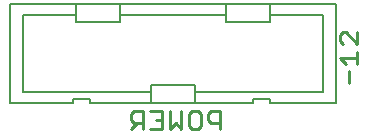
<source format=gbo>
G75*
%MOIN*%
%OFA0B0*%
%FSLAX25Y25*%
%IPPOS*%
%LPD*%
%AMOC8*
5,1,8,0,0,1.08239X$1,22.5*
%
%ADD10C,0.01100*%
%ADD11C,0.00800*%
D10*
X0054959Y0373650D02*
X0056927Y0375618D01*
X0055943Y0375618D02*
X0058896Y0375618D01*
X0058896Y0373650D02*
X0058896Y0379555D01*
X0055943Y0379555D01*
X0054959Y0378571D01*
X0054959Y0376603D01*
X0055943Y0375618D01*
X0061404Y0373650D02*
X0065341Y0373650D01*
X0065341Y0379555D01*
X0061404Y0379555D01*
X0063373Y0376603D02*
X0065341Y0376603D01*
X0067850Y0373650D02*
X0067850Y0379555D01*
X0071787Y0379555D02*
X0071787Y0373650D01*
X0069818Y0375618D01*
X0067850Y0373650D01*
X0074295Y0374634D02*
X0074295Y0378571D01*
X0075280Y0379555D01*
X0077248Y0379555D01*
X0078232Y0378571D01*
X0078232Y0374634D01*
X0077248Y0373650D01*
X0075280Y0373650D01*
X0074295Y0374634D01*
X0080741Y0376603D02*
X0081725Y0375618D01*
X0084678Y0375618D01*
X0084678Y0373650D02*
X0084678Y0379555D01*
X0081725Y0379555D01*
X0080741Y0378571D01*
X0080741Y0376603D01*
X0124545Y0397464D02*
X0130450Y0397464D01*
X0130450Y0399432D02*
X0130450Y0395495D01*
X0130450Y0401941D02*
X0126513Y0405878D01*
X0125529Y0405878D01*
X0124545Y0404894D01*
X0124545Y0402925D01*
X0125529Y0401941D01*
X0124545Y0397464D02*
X0126513Y0395495D01*
X0127497Y0392987D02*
X0127497Y0389050D01*
X0130450Y0401941D02*
X0130450Y0405878D01*
D11*
X0123370Y0415435D02*
X0123370Y0382365D01*
X0101445Y0382365D01*
X0101445Y0383546D01*
X0095622Y0383546D01*
X0095622Y0382365D01*
X0076413Y0382365D01*
X0061587Y0382365D01*
X0061587Y0388467D01*
X0076413Y0388467D01*
X0076413Y0382365D01*
X0076413Y0386006D02*
X0118941Y0386006D01*
X0118941Y0411794D01*
X0101441Y0411794D01*
X0101413Y0409333D02*
X0101413Y0415435D01*
X0086587Y0415435D01*
X0086587Y0409333D01*
X0101413Y0409333D01*
X0101413Y0415435D02*
X0123370Y0415435D01*
X0086587Y0415435D02*
X0051413Y0415435D01*
X0051413Y0409333D01*
X0036587Y0409333D01*
X0036587Y0415435D01*
X0014630Y0415435D01*
X0014630Y0382365D01*
X0035622Y0382365D01*
X0035622Y0383546D01*
X0041445Y0383546D01*
X0041445Y0382365D01*
X0061587Y0382365D01*
X0061587Y0386006D02*
X0019059Y0386006D01*
X0019059Y0411794D01*
X0036559Y0411794D01*
X0036587Y0415435D02*
X0051413Y0415435D01*
X0051421Y0411794D02*
X0086579Y0411794D01*
M02*

</source>
